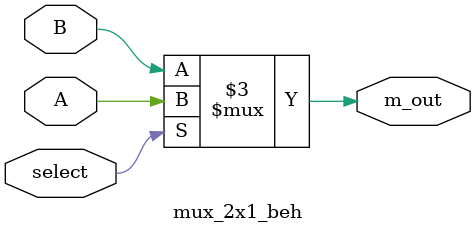
<source format=v>
module mux_2x1_beh(m_out,A,B,select);
  output m_out;
  input A,B,select;
  reg m_out;

  always @ (A,B,select)
    if (select) m_out = A;
    else m_out = B;
endmodule

</source>
